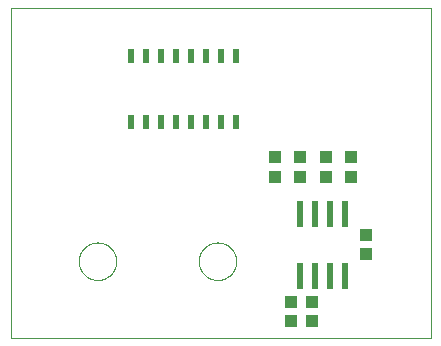
<source format=gtp>
G75*
%MOIN*%
%OFA0B0*%
%FSLAX25Y25*%
%IPPOS*%
%LPD*%
%AMOC8*
5,1,8,0,0,1.08239X$1,22.5*
%
%ADD10C,0.00000*%
%ADD11R,0.02362X0.04724*%
%ADD12R,0.04331X0.03937*%
%ADD13R,0.03937X0.04331*%
%ADD14R,0.02400X0.08700*%
%ADD15R,0.03937X0.03937*%
D10*
X0001500Y0005000D02*
X0001500Y0115000D01*
X0141500Y0115000D01*
X0141500Y0005000D01*
X0001500Y0005000D01*
X0024250Y0030500D02*
X0024252Y0030658D01*
X0024258Y0030815D01*
X0024268Y0030973D01*
X0024282Y0031130D01*
X0024300Y0031286D01*
X0024321Y0031443D01*
X0024347Y0031598D01*
X0024377Y0031753D01*
X0024410Y0031907D01*
X0024448Y0032060D01*
X0024489Y0032213D01*
X0024534Y0032364D01*
X0024583Y0032514D01*
X0024636Y0032662D01*
X0024692Y0032810D01*
X0024753Y0032955D01*
X0024816Y0033100D01*
X0024884Y0033242D01*
X0024955Y0033383D01*
X0025029Y0033522D01*
X0025107Y0033659D01*
X0025189Y0033794D01*
X0025273Y0033927D01*
X0025362Y0034058D01*
X0025453Y0034186D01*
X0025548Y0034313D01*
X0025645Y0034436D01*
X0025746Y0034558D01*
X0025850Y0034676D01*
X0025957Y0034792D01*
X0026067Y0034905D01*
X0026179Y0035016D01*
X0026295Y0035123D01*
X0026413Y0035228D01*
X0026533Y0035330D01*
X0026656Y0035428D01*
X0026782Y0035524D01*
X0026910Y0035616D01*
X0027040Y0035705D01*
X0027172Y0035791D01*
X0027307Y0035873D01*
X0027444Y0035952D01*
X0027582Y0036027D01*
X0027722Y0036099D01*
X0027865Y0036167D01*
X0028008Y0036232D01*
X0028154Y0036293D01*
X0028301Y0036350D01*
X0028449Y0036404D01*
X0028599Y0036454D01*
X0028749Y0036500D01*
X0028901Y0036542D01*
X0029054Y0036581D01*
X0029208Y0036615D01*
X0029363Y0036646D01*
X0029518Y0036672D01*
X0029674Y0036695D01*
X0029831Y0036714D01*
X0029988Y0036729D01*
X0030145Y0036740D01*
X0030303Y0036747D01*
X0030461Y0036750D01*
X0030618Y0036749D01*
X0030776Y0036744D01*
X0030933Y0036735D01*
X0031091Y0036722D01*
X0031247Y0036705D01*
X0031404Y0036684D01*
X0031559Y0036660D01*
X0031714Y0036631D01*
X0031869Y0036598D01*
X0032022Y0036562D01*
X0032175Y0036521D01*
X0032326Y0036477D01*
X0032476Y0036429D01*
X0032625Y0036378D01*
X0032773Y0036322D01*
X0032919Y0036263D01*
X0033064Y0036200D01*
X0033207Y0036133D01*
X0033348Y0036063D01*
X0033487Y0035990D01*
X0033625Y0035913D01*
X0033761Y0035832D01*
X0033894Y0035748D01*
X0034025Y0035661D01*
X0034154Y0035570D01*
X0034281Y0035476D01*
X0034406Y0035379D01*
X0034527Y0035279D01*
X0034647Y0035176D01*
X0034763Y0035070D01*
X0034877Y0034961D01*
X0034989Y0034849D01*
X0035097Y0034735D01*
X0035202Y0034617D01*
X0035305Y0034497D01*
X0035404Y0034375D01*
X0035500Y0034250D01*
X0035593Y0034122D01*
X0035683Y0033993D01*
X0035769Y0033861D01*
X0035853Y0033727D01*
X0035932Y0033591D01*
X0036009Y0033453D01*
X0036081Y0033313D01*
X0036150Y0033171D01*
X0036216Y0033028D01*
X0036278Y0032883D01*
X0036336Y0032736D01*
X0036391Y0032588D01*
X0036442Y0032439D01*
X0036489Y0032288D01*
X0036532Y0032137D01*
X0036571Y0031984D01*
X0036607Y0031830D01*
X0036638Y0031676D01*
X0036666Y0031521D01*
X0036690Y0031365D01*
X0036710Y0031208D01*
X0036726Y0031051D01*
X0036738Y0030894D01*
X0036746Y0030737D01*
X0036750Y0030579D01*
X0036750Y0030421D01*
X0036746Y0030263D01*
X0036738Y0030106D01*
X0036726Y0029949D01*
X0036710Y0029792D01*
X0036690Y0029635D01*
X0036666Y0029479D01*
X0036638Y0029324D01*
X0036607Y0029170D01*
X0036571Y0029016D01*
X0036532Y0028863D01*
X0036489Y0028712D01*
X0036442Y0028561D01*
X0036391Y0028412D01*
X0036336Y0028264D01*
X0036278Y0028117D01*
X0036216Y0027972D01*
X0036150Y0027829D01*
X0036081Y0027687D01*
X0036009Y0027547D01*
X0035932Y0027409D01*
X0035853Y0027273D01*
X0035769Y0027139D01*
X0035683Y0027007D01*
X0035593Y0026878D01*
X0035500Y0026750D01*
X0035404Y0026625D01*
X0035305Y0026503D01*
X0035202Y0026383D01*
X0035097Y0026265D01*
X0034989Y0026151D01*
X0034877Y0026039D01*
X0034763Y0025930D01*
X0034647Y0025824D01*
X0034527Y0025721D01*
X0034406Y0025621D01*
X0034281Y0025524D01*
X0034154Y0025430D01*
X0034025Y0025339D01*
X0033894Y0025252D01*
X0033761Y0025168D01*
X0033625Y0025087D01*
X0033487Y0025010D01*
X0033348Y0024937D01*
X0033207Y0024867D01*
X0033064Y0024800D01*
X0032919Y0024737D01*
X0032773Y0024678D01*
X0032625Y0024622D01*
X0032476Y0024571D01*
X0032326Y0024523D01*
X0032175Y0024479D01*
X0032022Y0024438D01*
X0031869Y0024402D01*
X0031714Y0024369D01*
X0031559Y0024340D01*
X0031404Y0024316D01*
X0031247Y0024295D01*
X0031091Y0024278D01*
X0030933Y0024265D01*
X0030776Y0024256D01*
X0030618Y0024251D01*
X0030461Y0024250D01*
X0030303Y0024253D01*
X0030145Y0024260D01*
X0029988Y0024271D01*
X0029831Y0024286D01*
X0029674Y0024305D01*
X0029518Y0024328D01*
X0029363Y0024354D01*
X0029208Y0024385D01*
X0029054Y0024419D01*
X0028901Y0024458D01*
X0028749Y0024500D01*
X0028599Y0024546D01*
X0028449Y0024596D01*
X0028301Y0024650D01*
X0028154Y0024707D01*
X0028008Y0024768D01*
X0027865Y0024833D01*
X0027722Y0024901D01*
X0027582Y0024973D01*
X0027444Y0025048D01*
X0027307Y0025127D01*
X0027172Y0025209D01*
X0027040Y0025295D01*
X0026910Y0025384D01*
X0026782Y0025476D01*
X0026656Y0025572D01*
X0026533Y0025670D01*
X0026413Y0025772D01*
X0026295Y0025877D01*
X0026179Y0025984D01*
X0026067Y0026095D01*
X0025957Y0026208D01*
X0025850Y0026324D01*
X0025746Y0026442D01*
X0025645Y0026564D01*
X0025548Y0026687D01*
X0025453Y0026814D01*
X0025362Y0026942D01*
X0025273Y0027073D01*
X0025189Y0027206D01*
X0025107Y0027341D01*
X0025029Y0027478D01*
X0024955Y0027617D01*
X0024884Y0027758D01*
X0024816Y0027900D01*
X0024753Y0028045D01*
X0024692Y0028190D01*
X0024636Y0028338D01*
X0024583Y0028486D01*
X0024534Y0028636D01*
X0024489Y0028787D01*
X0024448Y0028940D01*
X0024410Y0029093D01*
X0024377Y0029247D01*
X0024347Y0029402D01*
X0024321Y0029557D01*
X0024300Y0029714D01*
X0024282Y0029870D01*
X0024268Y0030027D01*
X0024258Y0030185D01*
X0024252Y0030342D01*
X0024250Y0030500D01*
X0064250Y0030500D02*
X0064252Y0030658D01*
X0064258Y0030815D01*
X0064268Y0030973D01*
X0064282Y0031130D01*
X0064300Y0031286D01*
X0064321Y0031443D01*
X0064347Y0031598D01*
X0064377Y0031753D01*
X0064410Y0031907D01*
X0064448Y0032060D01*
X0064489Y0032213D01*
X0064534Y0032364D01*
X0064583Y0032514D01*
X0064636Y0032662D01*
X0064692Y0032810D01*
X0064753Y0032955D01*
X0064816Y0033100D01*
X0064884Y0033242D01*
X0064955Y0033383D01*
X0065029Y0033522D01*
X0065107Y0033659D01*
X0065189Y0033794D01*
X0065273Y0033927D01*
X0065362Y0034058D01*
X0065453Y0034186D01*
X0065548Y0034313D01*
X0065645Y0034436D01*
X0065746Y0034558D01*
X0065850Y0034676D01*
X0065957Y0034792D01*
X0066067Y0034905D01*
X0066179Y0035016D01*
X0066295Y0035123D01*
X0066413Y0035228D01*
X0066533Y0035330D01*
X0066656Y0035428D01*
X0066782Y0035524D01*
X0066910Y0035616D01*
X0067040Y0035705D01*
X0067172Y0035791D01*
X0067307Y0035873D01*
X0067444Y0035952D01*
X0067582Y0036027D01*
X0067722Y0036099D01*
X0067865Y0036167D01*
X0068008Y0036232D01*
X0068154Y0036293D01*
X0068301Y0036350D01*
X0068449Y0036404D01*
X0068599Y0036454D01*
X0068749Y0036500D01*
X0068901Y0036542D01*
X0069054Y0036581D01*
X0069208Y0036615D01*
X0069363Y0036646D01*
X0069518Y0036672D01*
X0069674Y0036695D01*
X0069831Y0036714D01*
X0069988Y0036729D01*
X0070145Y0036740D01*
X0070303Y0036747D01*
X0070461Y0036750D01*
X0070618Y0036749D01*
X0070776Y0036744D01*
X0070933Y0036735D01*
X0071091Y0036722D01*
X0071247Y0036705D01*
X0071404Y0036684D01*
X0071559Y0036660D01*
X0071714Y0036631D01*
X0071869Y0036598D01*
X0072022Y0036562D01*
X0072175Y0036521D01*
X0072326Y0036477D01*
X0072476Y0036429D01*
X0072625Y0036378D01*
X0072773Y0036322D01*
X0072919Y0036263D01*
X0073064Y0036200D01*
X0073207Y0036133D01*
X0073348Y0036063D01*
X0073487Y0035990D01*
X0073625Y0035913D01*
X0073761Y0035832D01*
X0073894Y0035748D01*
X0074025Y0035661D01*
X0074154Y0035570D01*
X0074281Y0035476D01*
X0074406Y0035379D01*
X0074527Y0035279D01*
X0074647Y0035176D01*
X0074763Y0035070D01*
X0074877Y0034961D01*
X0074989Y0034849D01*
X0075097Y0034735D01*
X0075202Y0034617D01*
X0075305Y0034497D01*
X0075404Y0034375D01*
X0075500Y0034250D01*
X0075593Y0034122D01*
X0075683Y0033993D01*
X0075769Y0033861D01*
X0075853Y0033727D01*
X0075932Y0033591D01*
X0076009Y0033453D01*
X0076081Y0033313D01*
X0076150Y0033171D01*
X0076216Y0033028D01*
X0076278Y0032883D01*
X0076336Y0032736D01*
X0076391Y0032588D01*
X0076442Y0032439D01*
X0076489Y0032288D01*
X0076532Y0032137D01*
X0076571Y0031984D01*
X0076607Y0031830D01*
X0076638Y0031676D01*
X0076666Y0031521D01*
X0076690Y0031365D01*
X0076710Y0031208D01*
X0076726Y0031051D01*
X0076738Y0030894D01*
X0076746Y0030737D01*
X0076750Y0030579D01*
X0076750Y0030421D01*
X0076746Y0030263D01*
X0076738Y0030106D01*
X0076726Y0029949D01*
X0076710Y0029792D01*
X0076690Y0029635D01*
X0076666Y0029479D01*
X0076638Y0029324D01*
X0076607Y0029170D01*
X0076571Y0029016D01*
X0076532Y0028863D01*
X0076489Y0028712D01*
X0076442Y0028561D01*
X0076391Y0028412D01*
X0076336Y0028264D01*
X0076278Y0028117D01*
X0076216Y0027972D01*
X0076150Y0027829D01*
X0076081Y0027687D01*
X0076009Y0027547D01*
X0075932Y0027409D01*
X0075853Y0027273D01*
X0075769Y0027139D01*
X0075683Y0027007D01*
X0075593Y0026878D01*
X0075500Y0026750D01*
X0075404Y0026625D01*
X0075305Y0026503D01*
X0075202Y0026383D01*
X0075097Y0026265D01*
X0074989Y0026151D01*
X0074877Y0026039D01*
X0074763Y0025930D01*
X0074647Y0025824D01*
X0074527Y0025721D01*
X0074406Y0025621D01*
X0074281Y0025524D01*
X0074154Y0025430D01*
X0074025Y0025339D01*
X0073894Y0025252D01*
X0073761Y0025168D01*
X0073625Y0025087D01*
X0073487Y0025010D01*
X0073348Y0024937D01*
X0073207Y0024867D01*
X0073064Y0024800D01*
X0072919Y0024737D01*
X0072773Y0024678D01*
X0072625Y0024622D01*
X0072476Y0024571D01*
X0072326Y0024523D01*
X0072175Y0024479D01*
X0072022Y0024438D01*
X0071869Y0024402D01*
X0071714Y0024369D01*
X0071559Y0024340D01*
X0071404Y0024316D01*
X0071247Y0024295D01*
X0071091Y0024278D01*
X0070933Y0024265D01*
X0070776Y0024256D01*
X0070618Y0024251D01*
X0070461Y0024250D01*
X0070303Y0024253D01*
X0070145Y0024260D01*
X0069988Y0024271D01*
X0069831Y0024286D01*
X0069674Y0024305D01*
X0069518Y0024328D01*
X0069363Y0024354D01*
X0069208Y0024385D01*
X0069054Y0024419D01*
X0068901Y0024458D01*
X0068749Y0024500D01*
X0068599Y0024546D01*
X0068449Y0024596D01*
X0068301Y0024650D01*
X0068154Y0024707D01*
X0068008Y0024768D01*
X0067865Y0024833D01*
X0067722Y0024901D01*
X0067582Y0024973D01*
X0067444Y0025048D01*
X0067307Y0025127D01*
X0067172Y0025209D01*
X0067040Y0025295D01*
X0066910Y0025384D01*
X0066782Y0025476D01*
X0066656Y0025572D01*
X0066533Y0025670D01*
X0066413Y0025772D01*
X0066295Y0025877D01*
X0066179Y0025984D01*
X0066067Y0026095D01*
X0065957Y0026208D01*
X0065850Y0026324D01*
X0065746Y0026442D01*
X0065645Y0026564D01*
X0065548Y0026687D01*
X0065453Y0026814D01*
X0065362Y0026942D01*
X0065273Y0027073D01*
X0065189Y0027206D01*
X0065107Y0027341D01*
X0065029Y0027478D01*
X0064955Y0027617D01*
X0064884Y0027758D01*
X0064816Y0027900D01*
X0064753Y0028045D01*
X0064692Y0028190D01*
X0064636Y0028338D01*
X0064583Y0028486D01*
X0064534Y0028636D01*
X0064489Y0028787D01*
X0064448Y0028940D01*
X0064410Y0029093D01*
X0064377Y0029247D01*
X0064347Y0029402D01*
X0064321Y0029557D01*
X0064300Y0029714D01*
X0064282Y0029870D01*
X0064268Y0030027D01*
X0064258Y0030185D01*
X0064252Y0030342D01*
X0064250Y0030500D01*
D11*
X0066500Y0076976D03*
X0071500Y0076976D03*
X0076500Y0076976D03*
X0061500Y0076976D03*
X0056500Y0076976D03*
X0051500Y0076976D03*
X0046500Y0076976D03*
X0041500Y0076976D03*
X0041500Y0099024D03*
X0046500Y0099024D03*
X0051500Y0099024D03*
X0056500Y0099024D03*
X0061500Y0099024D03*
X0066500Y0099024D03*
X0071500Y0099024D03*
X0076500Y0099024D03*
D12*
X0095154Y0017000D03*
X0095154Y0010500D03*
X0101846Y0010500D03*
X0101846Y0017000D03*
D13*
X0098000Y0058654D03*
X0098000Y0065346D03*
X0089500Y0065346D03*
X0089500Y0058654D03*
X0106500Y0058654D03*
X0106500Y0065346D03*
X0115000Y0065346D03*
X0115000Y0058654D03*
D14*
X0113000Y0046300D03*
X0108000Y0046300D03*
X0103000Y0046300D03*
X0098000Y0046300D03*
X0098000Y0025700D03*
X0103000Y0025700D03*
X0108000Y0025700D03*
X0113000Y0025700D03*
D15*
X0120000Y0032850D03*
X0120000Y0039150D03*
M02*

</source>
